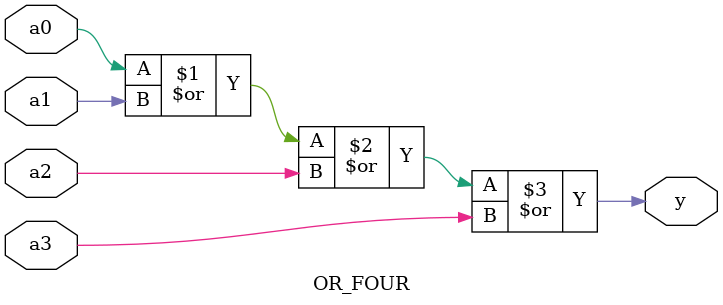
<source format=sv>
module OR_FOUR (a0,a1,a2,a3,y);
input logic a0,a1,a2,a3;
output logic y;
assign y = a0 | a1 | a2 | a3;
endmodule


</source>
